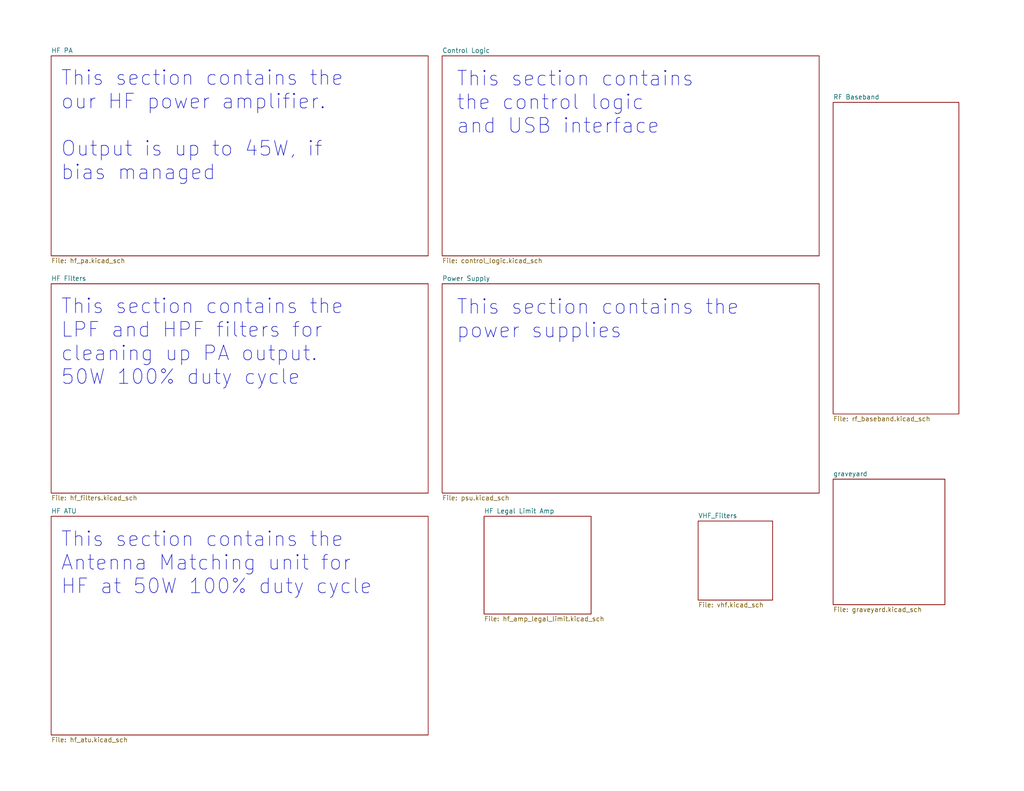
<source format=kicad_sch>
(kicad_sch
	(version 20231120)
	(generator "eeschema")
	(generator_version "8.0")
	(uuid "7de6637b-a3f9-4235-bc7f-a0209db4fd87")
	(paper "USLetter")
	(title_block
		(title "Radio Project")
		(date "2023-08-14")
	)
	(lib_symbols)
	(polyline
		(pts
			(xy 15.24 359.41) (xy 15.24 360.68)
		)
		(stroke
			(width 0)
			(type default)
		)
		(uuid "a35e96a9-6d21-4d20-ad1a-6abaf519314a")
	)
	(text "This section contains the\nour HF power amplifier.\n\nOutput is up to 45W, if\nbias managed"
		(exclude_from_sim no)
		(at 16.51 49.53 0)
		(effects
			(font
				(size 4 4)
			)
			(justify left bottom)
		)
		(uuid "2c2b0a93-2ee1-450b-a813-812feb54cec3")
	)
	(text "This section contains the\nLPF and HPF filters for\ncleaning up PA output.\n50W 100% duty cycle"
		(exclude_from_sim no)
		(at 16.51 105.41 0)
		(effects
			(font
				(size 4 4)
			)
			(justify left bottom)
		)
		(uuid "9ed684a1-9d94-4795-9862-6da8cdab4367")
	)
	(text "This section contains the\nAntenna Matching unit for\nHF at 50W 100% duty cycle"
		(exclude_from_sim no)
		(at 16.51 162.56 0)
		(effects
			(font
				(size 4 4)
			)
			(justify left bottom)
		)
		(uuid "e201b9d4-4e00-48de-afdd-043098f9505f")
	)
	(text "This section contains\nthe control logic\nand USB interface"
		(exclude_from_sim no)
		(at 124.46 36.83 0)
		(effects
			(font
				(size 4 4)
			)
			(justify left bottom)
		)
		(uuid "f327aaf4-fdc9-4922-bff2-43e8b5fb3c37")
	)
	(text "This section contains the\npower supplies"
		(exclude_from_sim no)
		(at 124.46 92.71 0)
		(effects
			(font
				(size 4 4)
			)
			(justify left bottom)
		)
		(uuid "fbc68f82-057b-4097-9684-b0a467d138ed")
	)
	(sheet
		(at 120.65 15.24)
		(size 102.87 54.61)
		(fields_autoplaced yes)
		(stroke
			(width 0.1524)
			(type solid)
		)
		(fill
			(color 0 0 0 0.0000)
		)
		(uuid "1fd4cb1c-5600-429a-82b7-a34258802c9b")
		(property "Sheetname" "Control Logic"
			(at 120.65 14.5284 0)
			(effects
				(font
					(size 1.27 1.27)
				)
				(justify left bottom)
			)
		)
		(property "Sheetfile" "control_logic.kicad_sch"
			(at 120.65 70.4346 0)
			(effects
				(font
					(size 1.27 1.27)
				)
				(justify left top)
			)
		)
		(instances
			(project "radiopcb"
				(path "/7de6637b-a3f9-4235-bc7f-a0209db4fd87"
					(page "5")
				)
			)
		)
	)
	(sheet
		(at 132.08 140.97)
		(size 29.21 26.67)
		(fields_autoplaced yes)
		(stroke
			(width 0.1524)
			(type solid)
		)
		(fill
			(color 0 0 0 0.0000)
		)
		(uuid "2a23b905-ab69-4da8-a252-d9cbcc6b94f4")
		(property "Sheetname" "HF Legal Limit Amp"
			(at 132.08 140.2584 0)
			(effects
				(font
					(size 1.27 1.27)
				)
				(justify left bottom)
			)
		)
		(property "Sheetfile" "hf_amp_legal_limit.kicad_sch"
			(at 132.08 168.2246 0)
			(effects
				(font
					(size 1.27 1.27)
				)
				(justify left top)
			)
		)
		(instances
			(project "radiopcb"
				(path "/7de6637b-a3f9-4235-bc7f-a0209db4fd87"
					(page "9")
				)
			)
		)
	)
	(sheet
		(at 227.33 130.81)
		(size 30.48 34.29)
		(fields_autoplaced yes)
		(stroke
			(width 0.1524)
			(type solid)
		)
		(fill
			(color 0 0 0 0.0000)
		)
		(uuid "342e1e60-68ee-4893-98f3-a81242143dcf")
		(property "Sheetname" "graveyard"
			(at 227.33 130.0984 0)
			(effects
				(font
					(size 1.27 1.27)
				)
				(justify left bottom)
			)
		)
		(property "Sheetfile" "graveyard.kicad_sch"
			(at 227.33 165.6846 0)
			(effects
				(font
					(size 1.27 1.27)
				)
				(justify left top)
			)
		)
		(instances
			(project "radiopcb"
				(path "/7de6637b-a3f9-4235-bc7f-a0209db4fd87"
					(page "8")
				)
			)
		)
	)
	(sheet
		(at 13.97 77.47)
		(size 102.87 57.15)
		(fields_autoplaced yes)
		(stroke
			(width 0.1524)
			(type solid)
		)
		(fill
			(color 0 0 0 0.0000)
		)
		(uuid "56173b31-289a-4c49-a589-c141bdfa0fab")
		(property "Sheetname" "HF Filters"
			(at 13.97 76.7584 0)
			(effects
				(font
					(size 1.27 1.27)
				)
				(justify left bottom)
			)
		)
		(property "Sheetfile" "hf_filters.kicad_sch"
			(at 13.97 135.2046 0)
			(effects
				(font
					(size 1.27 1.27)
				)
				(justify left top)
			)
		)
		(instances
			(project "radiopcb"
				(path "/7de6637b-a3f9-4235-bc7f-a0209db4fd87"
					(page "2")
				)
			)
		)
	)
	(sheet
		(at 13.97 15.24)
		(size 102.87 54.61)
		(fields_autoplaced yes)
		(stroke
			(width 0.1524)
			(type solid)
		)
		(fill
			(color 0 0 0 0.0000)
		)
		(uuid "9eb5e972-3da6-4527-ae74-1da19d682654")
		(property "Sheetname" "HF PA"
			(at 13.97 14.5284 0)
			(effects
				(font
					(size 1.27 1.27)
				)
				(justify left bottom)
			)
		)
		(property "Sheetfile" "hf_pa.kicad_sch"
			(at 13.97 70.4346 0)
			(effects
				(font
					(size 1.27 1.27)
				)
				(justify left top)
			)
		)
		(instances
			(project "radiopcb"
				(path "/7de6637b-a3f9-4235-bc7f-a0209db4fd87"
					(page "4")
				)
			)
		)
	)
	(sheet
		(at 13.97 140.97)
		(size 102.87 59.69)
		(fields_autoplaced yes)
		(stroke
			(width 0.1524)
			(type solid)
		)
		(fill
			(color 0 0 0 0.0000)
		)
		(uuid "aa8c42b1-1c4d-4b66-bb6c-53166a3d60bc")
		(property "Sheetname" "HF ATU"
			(at 13.97 140.2584 0)
			(effects
				(font
					(size 1.27 1.27)
				)
				(justify left bottom)
			)
		)
		(property "Sheetfile" "hf_atu.kicad_sch"
			(at 13.97 201.2446 0)
			(effects
				(font
					(size 1.27 1.27)
				)
				(justify left top)
			)
		)
		(instances
			(project "radiopcb"
				(path "/7de6637b-a3f9-4235-bc7f-a0209db4fd87"
					(page "3")
				)
			)
		)
	)
	(sheet
		(at 120.65 77.47)
		(size 102.87 57.15)
		(fields_autoplaced yes)
		(stroke
			(width 0.1524)
			(type solid)
		)
		(fill
			(color 0 0 0 0.0000)
		)
		(uuid "c42fe2c4-f257-4c13-b29c-9a9d38346e31")
		(property "Sheetname" "Power Supply"
			(at 120.65 76.7584 0)
			(effects
				(font
					(size 1.27 1.27)
				)
				(justify left bottom)
			)
		)
		(property "Sheetfile" "psu.kicad_sch"
			(at 120.65 135.2046 0)
			(effects
				(font
					(size 1.27 1.27)
				)
				(justify left top)
			)
		)
		(instances
			(project "radiopcb"
				(path "/7de6637b-a3f9-4235-bc7f-a0209db4fd87"
					(page "6")
				)
			)
		)
	)
	(sheet
		(at 190.5 142.24)
		(size 20.32 21.59)
		(fields_autoplaced yes)
		(stroke
			(width 0.1524)
			(type solid)
		)
		(fill
			(color 0 0 0 0.0000)
		)
		(uuid "fabc80c8-959a-4a5b-89fd-2e015a87a476")
		(property "Sheetname" "VHF_Filters"
			(at 190.5 141.5284 0)
			(effects
				(font
					(size 1.27 1.27)
				)
				(justify left bottom)
			)
		)
		(property "Sheetfile" "vhf.kicad_sch"
			(at 190.5 164.4146 0)
			(effects
				(font
					(size 1.27 1.27)
				)
				(justify left top)
			)
		)
		(instances
			(project "radiopcb"
				(path "/7de6637b-a3f9-4235-bc7f-a0209db4fd87"
					(page "7")
				)
			)
		)
	)
	(sheet
		(at 227.33 27.94)
		(size 34.29 85.09)
		(fields_autoplaced yes)
		(stroke
			(width 0.1524)
			(type solid)
		)
		(fill
			(color 0 0 0 0.0000)
		)
		(uuid "fdb2b14f-0d8d-49af-a4bf-3eaab0e2b73c")
		(property "Sheetname" "RF Baseband"
			(at 227.33 27.2284 0)
			(effects
				(font
					(size 1.27 1.27)
				)
				(justify left bottom)
			)
		)
		(property "Sheetfile" "rf_baseband.kicad_sch"
			(at 227.33 113.6146 0)
			(effects
				(font
					(size 1.27 1.27)
				)
				(justify left top)
			)
		)
		(instances
			(project "radiopcb"
				(path "/7de6637b-a3f9-4235-bc7f-a0209db4fd87"
					(page "10")
				)
			)
		)
	)
	(sheet_instances
		(path "/"
			(page "1")
		)
	)
)

</source>
